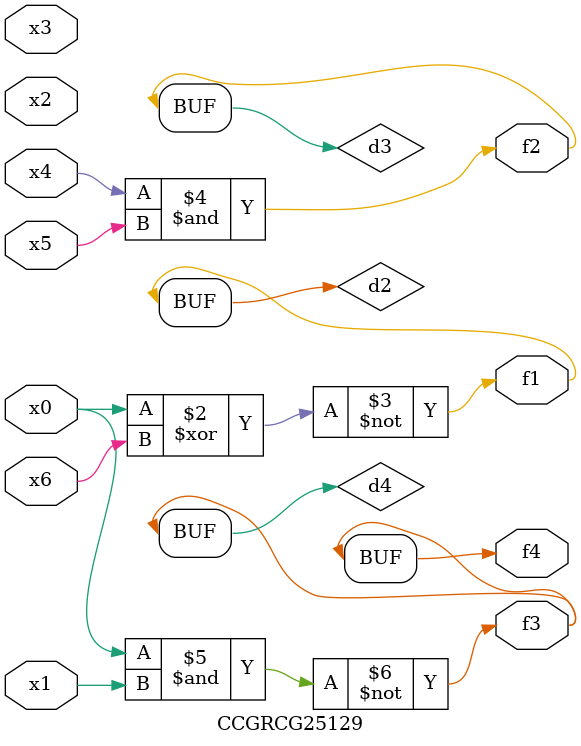
<source format=v>
module CCGRCG25129(
	input x0, x1, x2, x3, x4, x5, x6,
	output f1, f2, f3, f4
);

	wire d1, d2, d3, d4;

	nor (d1, x0);
	xnor (d2, x0, x6);
	and (d3, x4, x5);
	nand (d4, x0, x1);
	assign f1 = d2;
	assign f2 = d3;
	assign f3 = d4;
	assign f4 = d4;
endmodule

</source>
